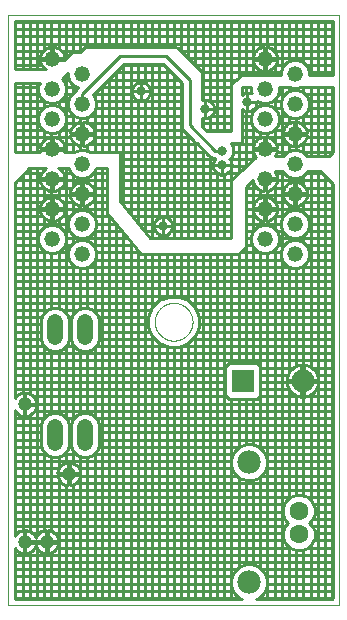
<source format=gbl>
G75*
%MOIN*%
%OFA0B0*%
%FSLAX25Y25*%
%IPPOS*%
%LPD*%
%AMOC8*
5,1,8,0,0,1.08239X$1,22.5*
%
%ADD10C,0.00000*%
%ADD11C,0.07800*%
%ADD12C,0.06299*%
%ADD13C,0.05200*%
%ADD14C,0.05200*%
%ADD15C,0.07600*%
%ADD16R,0.07600X0.07600*%
%ADD17C,0.01000*%
%ADD18C,0.03169*%
%ADD19C,0.04724*%
D10*
X0030852Y0001008D02*
X0030852Y0197858D01*
X0141088Y0197858D01*
X0141088Y0001008D01*
X0030852Y0001008D01*
X0079671Y0095496D02*
X0079673Y0095654D01*
X0079679Y0095812D01*
X0079689Y0095970D01*
X0079703Y0096128D01*
X0079721Y0096285D01*
X0079742Y0096442D01*
X0079768Y0096598D01*
X0079798Y0096754D01*
X0079831Y0096909D01*
X0079869Y0097062D01*
X0079910Y0097215D01*
X0079955Y0097367D01*
X0080004Y0097518D01*
X0080057Y0097667D01*
X0080113Y0097815D01*
X0080173Y0097961D01*
X0080237Y0098106D01*
X0080305Y0098249D01*
X0080376Y0098391D01*
X0080450Y0098531D01*
X0080528Y0098668D01*
X0080610Y0098804D01*
X0080694Y0098938D01*
X0080783Y0099069D01*
X0080874Y0099198D01*
X0080969Y0099325D01*
X0081066Y0099450D01*
X0081167Y0099572D01*
X0081271Y0099691D01*
X0081378Y0099808D01*
X0081488Y0099922D01*
X0081601Y0100033D01*
X0081716Y0100142D01*
X0081834Y0100247D01*
X0081955Y0100349D01*
X0082078Y0100449D01*
X0082204Y0100545D01*
X0082332Y0100638D01*
X0082462Y0100728D01*
X0082595Y0100814D01*
X0082730Y0100898D01*
X0082866Y0100977D01*
X0083005Y0101054D01*
X0083146Y0101126D01*
X0083288Y0101196D01*
X0083432Y0101261D01*
X0083578Y0101323D01*
X0083725Y0101381D01*
X0083874Y0101436D01*
X0084024Y0101487D01*
X0084175Y0101534D01*
X0084327Y0101577D01*
X0084480Y0101616D01*
X0084635Y0101652D01*
X0084790Y0101683D01*
X0084946Y0101711D01*
X0085102Y0101735D01*
X0085259Y0101755D01*
X0085417Y0101771D01*
X0085574Y0101783D01*
X0085733Y0101791D01*
X0085891Y0101795D01*
X0086049Y0101795D01*
X0086207Y0101791D01*
X0086366Y0101783D01*
X0086523Y0101771D01*
X0086681Y0101755D01*
X0086838Y0101735D01*
X0086994Y0101711D01*
X0087150Y0101683D01*
X0087305Y0101652D01*
X0087460Y0101616D01*
X0087613Y0101577D01*
X0087765Y0101534D01*
X0087916Y0101487D01*
X0088066Y0101436D01*
X0088215Y0101381D01*
X0088362Y0101323D01*
X0088508Y0101261D01*
X0088652Y0101196D01*
X0088794Y0101126D01*
X0088935Y0101054D01*
X0089074Y0100977D01*
X0089210Y0100898D01*
X0089345Y0100814D01*
X0089478Y0100728D01*
X0089608Y0100638D01*
X0089736Y0100545D01*
X0089862Y0100449D01*
X0089985Y0100349D01*
X0090106Y0100247D01*
X0090224Y0100142D01*
X0090339Y0100033D01*
X0090452Y0099922D01*
X0090562Y0099808D01*
X0090669Y0099691D01*
X0090773Y0099572D01*
X0090874Y0099450D01*
X0090971Y0099325D01*
X0091066Y0099198D01*
X0091157Y0099069D01*
X0091246Y0098938D01*
X0091330Y0098804D01*
X0091412Y0098668D01*
X0091490Y0098531D01*
X0091564Y0098391D01*
X0091635Y0098249D01*
X0091703Y0098106D01*
X0091767Y0097961D01*
X0091827Y0097815D01*
X0091883Y0097667D01*
X0091936Y0097518D01*
X0091985Y0097367D01*
X0092030Y0097215D01*
X0092071Y0097062D01*
X0092109Y0096909D01*
X0092142Y0096754D01*
X0092172Y0096598D01*
X0092198Y0096442D01*
X0092219Y0096285D01*
X0092237Y0096128D01*
X0092251Y0095970D01*
X0092261Y0095812D01*
X0092267Y0095654D01*
X0092269Y0095496D01*
X0092267Y0095338D01*
X0092261Y0095180D01*
X0092251Y0095022D01*
X0092237Y0094864D01*
X0092219Y0094707D01*
X0092198Y0094550D01*
X0092172Y0094394D01*
X0092142Y0094238D01*
X0092109Y0094083D01*
X0092071Y0093930D01*
X0092030Y0093777D01*
X0091985Y0093625D01*
X0091936Y0093474D01*
X0091883Y0093325D01*
X0091827Y0093177D01*
X0091767Y0093031D01*
X0091703Y0092886D01*
X0091635Y0092743D01*
X0091564Y0092601D01*
X0091490Y0092461D01*
X0091412Y0092324D01*
X0091330Y0092188D01*
X0091246Y0092054D01*
X0091157Y0091923D01*
X0091066Y0091794D01*
X0090971Y0091667D01*
X0090874Y0091542D01*
X0090773Y0091420D01*
X0090669Y0091301D01*
X0090562Y0091184D01*
X0090452Y0091070D01*
X0090339Y0090959D01*
X0090224Y0090850D01*
X0090106Y0090745D01*
X0089985Y0090643D01*
X0089862Y0090543D01*
X0089736Y0090447D01*
X0089608Y0090354D01*
X0089478Y0090264D01*
X0089345Y0090178D01*
X0089210Y0090094D01*
X0089074Y0090015D01*
X0088935Y0089938D01*
X0088794Y0089866D01*
X0088652Y0089796D01*
X0088508Y0089731D01*
X0088362Y0089669D01*
X0088215Y0089611D01*
X0088066Y0089556D01*
X0087916Y0089505D01*
X0087765Y0089458D01*
X0087613Y0089415D01*
X0087460Y0089376D01*
X0087305Y0089340D01*
X0087150Y0089309D01*
X0086994Y0089281D01*
X0086838Y0089257D01*
X0086681Y0089237D01*
X0086523Y0089221D01*
X0086366Y0089209D01*
X0086207Y0089201D01*
X0086049Y0089197D01*
X0085891Y0089197D01*
X0085733Y0089201D01*
X0085574Y0089209D01*
X0085417Y0089221D01*
X0085259Y0089237D01*
X0085102Y0089257D01*
X0084946Y0089281D01*
X0084790Y0089309D01*
X0084635Y0089340D01*
X0084480Y0089376D01*
X0084327Y0089415D01*
X0084175Y0089458D01*
X0084024Y0089505D01*
X0083874Y0089556D01*
X0083725Y0089611D01*
X0083578Y0089669D01*
X0083432Y0089731D01*
X0083288Y0089796D01*
X0083146Y0089866D01*
X0083005Y0089938D01*
X0082866Y0090015D01*
X0082730Y0090094D01*
X0082595Y0090178D01*
X0082462Y0090264D01*
X0082332Y0090354D01*
X0082204Y0090447D01*
X0082078Y0090543D01*
X0081955Y0090643D01*
X0081834Y0090745D01*
X0081716Y0090850D01*
X0081601Y0090959D01*
X0081488Y0091070D01*
X0081378Y0091184D01*
X0081271Y0091301D01*
X0081167Y0091420D01*
X0081066Y0091542D01*
X0080969Y0091667D01*
X0080874Y0091794D01*
X0080783Y0091923D01*
X0080694Y0092054D01*
X0080610Y0092188D01*
X0080528Y0092324D01*
X0080450Y0092461D01*
X0080376Y0092601D01*
X0080305Y0092743D01*
X0080237Y0092886D01*
X0080173Y0093031D01*
X0080113Y0093177D01*
X0080057Y0093325D01*
X0080004Y0093474D01*
X0079955Y0093625D01*
X0079910Y0093777D01*
X0079869Y0093930D01*
X0079831Y0094083D01*
X0079798Y0094238D01*
X0079768Y0094394D01*
X0079742Y0094550D01*
X0079721Y0094707D01*
X0079703Y0094864D01*
X0079689Y0095022D01*
X0079679Y0095180D01*
X0079673Y0095338D01*
X0079671Y0095496D01*
D11*
X0111127Y0048626D03*
X0111127Y0008626D03*
D12*
X0127683Y0024610D03*
X0127683Y0032484D03*
D13*
X0126403Y0118114D03*
X0126403Y0128114D03*
X0126403Y0138114D03*
X0126403Y0148114D03*
X0126403Y0158114D03*
X0126403Y0168114D03*
X0126403Y0178114D03*
X0116403Y0173114D03*
X0116403Y0163114D03*
X0116403Y0153114D03*
X0116403Y0143114D03*
X0116403Y0133114D03*
X0116403Y0123114D03*
X0116403Y0183114D03*
X0055537Y0178114D03*
X0055537Y0168114D03*
X0055537Y0158114D03*
X0055537Y0148114D03*
X0055537Y0138114D03*
X0055537Y0128114D03*
X0055537Y0118114D03*
X0045537Y0123114D03*
X0045537Y0133114D03*
X0045537Y0143114D03*
X0045537Y0153114D03*
X0045537Y0163114D03*
X0045537Y0173114D03*
X0045537Y0183114D03*
D14*
X0046521Y0095519D02*
X0046521Y0090319D01*
X0056521Y0090319D02*
X0056521Y0095519D01*
X0056521Y0060319D02*
X0056521Y0055119D01*
X0046521Y0055119D02*
X0046521Y0060319D01*
D15*
X0128942Y0075811D03*
D16*
X0108942Y0075811D03*
D17*
X0103042Y0075408D02*
X0032952Y0075408D01*
X0032952Y0073008D02*
X0103042Y0073008D01*
X0103042Y0071141D02*
X0104273Y0069911D01*
X0113612Y0069911D01*
X0114842Y0071141D01*
X0114842Y0080481D01*
X0113612Y0081711D01*
X0104273Y0081711D01*
X0103042Y0080481D01*
X0103042Y0071141D01*
X0103576Y0070608D02*
X0039056Y0070608D01*
X0039265Y0070399D02*
X0038727Y0070937D01*
X0038095Y0071360D01*
X0037392Y0071651D01*
X0036646Y0071799D01*
X0036553Y0071799D01*
X0036553Y0068224D01*
X0040127Y0068224D01*
X0040127Y0068317D01*
X0039979Y0069064D01*
X0039688Y0069766D01*
X0039265Y0070399D01*
X0038052Y0071377D02*
X0038052Y0146677D01*
X0037742Y0146677D02*
X0043499Y0146677D01*
X0043388Y0146621D01*
X0042866Y0146241D01*
X0042410Y0145785D01*
X0042030Y0145263D01*
X0041737Y0144688D01*
X0041538Y0144074D01*
X0041437Y0143437D01*
X0041437Y0143414D01*
X0045237Y0143414D01*
X0045237Y0142814D01*
X0045837Y0142814D01*
X0045837Y0139014D01*
X0045860Y0139014D01*
X0046497Y0139115D01*
X0047111Y0139315D01*
X0047686Y0139608D01*
X0048208Y0139987D01*
X0048664Y0140443D01*
X0049044Y0140965D01*
X0049337Y0141540D01*
X0049536Y0142154D01*
X0049637Y0142791D01*
X0049637Y0142814D01*
X0045837Y0142814D01*
X0045837Y0143414D01*
X0049637Y0143414D01*
X0049637Y0143437D01*
X0049536Y0144074D01*
X0049337Y0144688D01*
X0049044Y0145263D01*
X0048664Y0145785D01*
X0048208Y0146241D01*
X0047686Y0146621D01*
X0047575Y0146677D01*
X0051045Y0146677D01*
X0051552Y0145452D01*
X0052875Y0144130D01*
X0054602Y0143414D01*
X0056472Y0143414D01*
X0058199Y0144130D01*
X0059521Y0145452D01*
X0060029Y0146677D01*
X0063824Y0146677D01*
X0063824Y0131913D01*
X0075143Y0118134D01*
X0107624Y0118134D01*
X0110084Y0120594D01*
X0110084Y0140280D01*
X0112313Y0142731D01*
X0112404Y0142154D01*
X0112603Y0141540D01*
X0112896Y0140965D01*
X0113276Y0140443D01*
X0113732Y0139987D01*
X0114254Y0139608D01*
X0114829Y0139315D01*
X0115443Y0139115D01*
X0116080Y0139014D01*
X0116103Y0139014D01*
X0116103Y0142814D01*
X0116703Y0142814D01*
X0116703Y0139014D01*
X0116726Y0139014D01*
X0117363Y0139115D01*
X0117977Y0139315D01*
X0118552Y0139608D01*
X0119074Y0139987D01*
X0119530Y0140443D01*
X0119910Y0140965D01*
X0120203Y0141540D01*
X0120402Y0142154D01*
X0120503Y0142791D01*
X0120503Y0142814D01*
X0116703Y0142814D01*
X0116703Y0143414D01*
X0120503Y0143414D01*
X0120503Y0143437D01*
X0120402Y0144074D01*
X0120203Y0144688D01*
X0119910Y0145263D01*
X0119597Y0145693D01*
X0122319Y0145693D01*
X0122419Y0145452D01*
X0123741Y0144130D01*
X0125468Y0143414D01*
X0127338Y0143414D01*
X0129065Y0144130D01*
X0130388Y0145452D01*
X0130487Y0145693D01*
X0134690Y0145693D01*
X0138988Y0141395D01*
X0138988Y0003337D01*
X0138759Y0003108D01*
X0113484Y0003108D01*
X0114526Y0003539D01*
X0116214Y0005227D01*
X0117127Y0007433D01*
X0117127Y0009819D01*
X0116214Y0012025D01*
X0114526Y0013713D01*
X0112321Y0014626D01*
X0109934Y0014626D01*
X0107729Y0013713D01*
X0106041Y0012025D01*
X0105127Y0009819D01*
X0105127Y0007433D01*
X0106041Y0005227D01*
X0107729Y0003539D01*
X0108771Y0003108D01*
X0032952Y0003108D01*
X0032952Y0020176D01*
X0033265Y0019707D01*
X0033803Y0019169D01*
X0034436Y0018747D01*
X0035139Y0018456D01*
X0035885Y0018307D01*
X0035978Y0018307D01*
X0035978Y0021882D01*
X0036553Y0021882D01*
X0036553Y0022457D01*
X0043360Y0022457D01*
X0043360Y0026031D01*
X0043267Y0026031D01*
X0042521Y0025883D01*
X0041818Y0025592D01*
X0041185Y0025169D01*
X0040647Y0024631D01*
X0040225Y0023999D01*
X0039956Y0023351D01*
X0039688Y0023999D01*
X0039265Y0024631D01*
X0038727Y0025169D01*
X0038095Y0025592D01*
X0037392Y0025883D01*
X0036646Y0026031D01*
X0036553Y0026031D01*
X0036553Y0022457D01*
X0035978Y0022457D01*
X0035978Y0026031D01*
X0035885Y0026031D01*
X0035139Y0025883D01*
X0034436Y0025592D01*
X0033803Y0025169D01*
X0033265Y0024631D01*
X0032952Y0024162D01*
X0032952Y0065944D01*
X0033265Y0065475D01*
X0033803Y0064937D01*
X0034436Y0064514D01*
X0035139Y0064223D01*
X0035885Y0064075D01*
X0035978Y0064075D01*
X0035978Y0067650D01*
X0036553Y0067650D01*
X0036553Y0068224D01*
X0035978Y0068224D01*
X0035978Y0071799D01*
X0035885Y0071799D01*
X0035139Y0071651D01*
X0034436Y0071360D01*
X0033803Y0070937D01*
X0033265Y0070399D01*
X0032952Y0069930D01*
X0032952Y0141887D01*
X0037742Y0146677D01*
X0036072Y0145008D02*
X0041900Y0145008D01*
X0042852Y0146227D02*
X0042852Y0146677D01*
X0040452Y0146677D02*
X0040452Y0024339D01*
X0041024Y0025008D02*
X0038889Y0025008D01*
X0038052Y0025610D02*
X0038052Y0064497D01*
X0038095Y0064514D02*
X0038727Y0064937D01*
X0039265Y0065475D01*
X0039688Y0066108D01*
X0039979Y0066810D01*
X0040127Y0067557D01*
X0040127Y0067650D01*
X0036553Y0067650D01*
X0036553Y0064075D01*
X0036646Y0064075D01*
X0037392Y0064223D01*
X0038095Y0064514D01*
X0039488Y0065808D02*
X0138988Y0065808D01*
X0138988Y0068208D02*
X0036553Y0068208D01*
X0038052Y0068224D02*
X0038052Y0067650D01*
X0036553Y0065808D02*
X0035978Y0065808D01*
X0035652Y0064121D02*
X0035652Y0025985D01*
X0035978Y0025008D02*
X0036553Y0025008D01*
X0036553Y0022608D02*
X0035978Y0022608D01*
X0036553Y0021882D02*
X0039785Y0021882D01*
X0043360Y0021882D01*
X0043935Y0021882D01*
X0043935Y0022457D01*
X0047509Y0022457D01*
X0047509Y0022550D01*
X0047361Y0023296D01*
X0047070Y0023999D01*
X0046647Y0024631D01*
X0046109Y0025169D01*
X0045477Y0025592D01*
X0044774Y0025883D01*
X0044028Y0026031D01*
X0043935Y0026031D01*
X0043935Y0022457D01*
X0043360Y0022457D01*
X0043360Y0021882D01*
X0043360Y0018307D01*
X0043267Y0018307D01*
X0042521Y0018456D01*
X0041818Y0018747D01*
X0041185Y0019169D01*
X0040647Y0019707D01*
X0040225Y0020340D01*
X0039956Y0020988D01*
X0039688Y0020340D01*
X0039265Y0019707D01*
X0038727Y0019169D01*
X0038095Y0018747D01*
X0037392Y0018456D01*
X0036646Y0018307D01*
X0036553Y0018307D01*
X0036553Y0021882D01*
X0038052Y0021882D02*
X0038052Y0022457D01*
X0040452Y0022457D02*
X0040452Y0021882D01*
X0040313Y0020208D02*
X0039600Y0020208D01*
X0040452Y0020000D02*
X0040452Y0003108D01*
X0042852Y0003108D02*
X0042852Y0018390D01*
X0043935Y0018307D02*
X0044028Y0018307D01*
X0044774Y0018456D01*
X0045477Y0018747D01*
X0046109Y0019169D01*
X0046647Y0019707D01*
X0047070Y0020340D01*
X0047361Y0021043D01*
X0047509Y0021789D01*
X0047509Y0021882D01*
X0043935Y0021882D01*
X0043935Y0018307D01*
X0045252Y0018654D02*
X0045252Y0003108D01*
X0047652Y0003108D02*
X0047652Y0042910D01*
X0047606Y0042978D02*
X0048029Y0042345D01*
X0048567Y0041807D01*
X0049200Y0041384D01*
X0049902Y0041093D01*
X0050649Y0040945D01*
X0050742Y0040945D01*
X0050742Y0044520D01*
X0051316Y0044520D01*
X0051316Y0040945D01*
X0051409Y0040945D01*
X0052156Y0041093D01*
X0052859Y0041384D01*
X0053491Y0041807D01*
X0054029Y0042345D01*
X0054452Y0042978D01*
X0054743Y0043681D01*
X0054891Y0044427D01*
X0054891Y0044520D01*
X0051317Y0044520D01*
X0051317Y0045094D01*
X0054891Y0045094D01*
X0054891Y0045187D01*
X0054743Y0045934D01*
X0054452Y0046637D01*
X0054029Y0047269D01*
X0053491Y0047807D01*
X0052859Y0048230D01*
X0052156Y0048521D01*
X0051409Y0048669D01*
X0051316Y0048669D01*
X0051316Y0045095D01*
X0050742Y0045095D01*
X0050742Y0048669D01*
X0050649Y0048669D01*
X0049902Y0048521D01*
X0049200Y0048230D01*
X0048567Y0047807D01*
X0048029Y0047269D01*
X0047606Y0046637D01*
X0047315Y0045934D01*
X0047167Y0045187D01*
X0047167Y0045094D01*
X0050742Y0045094D01*
X0050742Y0044520D01*
X0047167Y0044520D01*
X0047167Y0044427D01*
X0047315Y0043681D01*
X0047606Y0042978D01*
X0047210Y0044208D02*
X0032952Y0044208D01*
X0032952Y0046608D02*
X0047595Y0046608D01*
X0047652Y0046705D02*
X0047652Y0050500D01*
X0047456Y0050419D02*
X0049184Y0051134D01*
X0050506Y0052457D01*
X0051221Y0054184D01*
X0051221Y0061254D01*
X0050506Y0062981D01*
X0049184Y0064303D01*
X0047456Y0065019D01*
X0045586Y0065019D01*
X0043859Y0064303D01*
X0042537Y0062981D01*
X0041821Y0061254D01*
X0041821Y0054184D01*
X0042537Y0052457D01*
X0043859Y0051134D01*
X0045586Y0050419D01*
X0047456Y0050419D01*
X0049457Y0051408D02*
X0053585Y0051408D01*
X0053859Y0051134D02*
X0055586Y0050419D01*
X0057456Y0050419D01*
X0059184Y0051134D01*
X0060506Y0052457D01*
X0061221Y0054184D01*
X0061221Y0061254D01*
X0060506Y0062981D01*
X0059184Y0064303D01*
X0057456Y0065019D01*
X0055586Y0065019D01*
X0053859Y0064303D01*
X0052537Y0062981D01*
X0051821Y0061254D01*
X0051821Y0054184D01*
X0052537Y0052457D01*
X0053859Y0051134D01*
X0054852Y0050723D02*
X0054852Y0045385D01*
X0054852Y0045094D02*
X0054852Y0044520D01*
X0054852Y0044229D02*
X0054852Y0003108D01*
X0052452Y0003108D02*
X0052452Y0041216D01*
X0053492Y0041808D02*
X0138988Y0041808D01*
X0138988Y0044208D02*
X0115195Y0044208D01*
X0114852Y0043865D02*
X0114852Y0013387D01*
X0115231Y0013008D02*
X0138988Y0013008D01*
X0138988Y0015408D02*
X0032952Y0015408D01*
X0032952Y0017808D02*
X0138988Y0017808D01*
X0138988Y0020208D02*
X0130704Y0020208D01*
X0130656Y0020160D02*
X0132133Y0021637D01*
X0132932Y0023566D01*
X0132932Y0025654D01*
X0132133Y0027584D01*
X0131170Y0028547D01*
X0132133Y0029511D01*
X0132932Y0031440D01*
X0132932Y0033528D01*
X0132133Y0035458D01*
X0130656Y0036935D01*
X0128727Y0037734D01*
X0126638Y0037734D01*
X0124709Y0036935D01*
X0123232Y0035458D01*
X0122433Y0033528D01*
X0122433Y0031440D01*
X0123232Y0029511D01*
X0124196Y0028547D01*
X0123232Y0027584D01*
X0122433Y0025654D01*
X0122433Y0023566D01*
X0123232Y0021637D01*
X0124709Y0020160D01*
X0126638Y0019361D01*
X0128727Y0019361D01*
X0130656Y0020160D01*
X0131652Y0021155D02*
X0131652Y0003108D01*
X0134052Y0003108D02*
X0134052Y0074385D01*
X0134112Y0074570D02*
X0134242Y0075394D01*
X0134242Y0075425D01*
X0129328Y0075425D01*
X0129328Y0070511D01*
X0129360Y0070511D01*
X0130184Y0070642D01*
X0130977Y0070899D01*
X0131720Y0071278D01*
X0132395Y0071768D01*
X0132985Y0072358D01*
X0133475Y0073033D01*
X0133854Y0073777D01*
X0134112Y0074570D01*
X0134242Y0075408D02*
X0138988Y0075408D01*
X0138988Y0073008D02*
X0133457Y0073008D01*
X0134052Y0075425D02*
X0134052Y0076197D01*
X0134242Y0076197D02*
X0134242Y0076228D01*
X0134112Y0077052D01*
X0133854Y0077846D01*
X0133475Y0078589D01*
X0132985Y0079264D01*
X0132395Y0079854D01*
X0131720Y0080344D01*
X0130977Y0080723D01*
X0130184Y0080981D01*
X0129360Y0081111D01*
X0129328Y0081111D01*
X0129328Y0076197D01*
X0128557Y0076197D01*
X0128557Y0081111D01*
X0128525Y0081111D01*
X0127701Y0080981D01*
X0126908Y0080723D01*
X0126165Y0080344D01*
X0125490Y0079854D01*
X0124900Y0079264D01*
X0124409Y0078589D01*
X0124031Y0077846D01*
X0123773Y0077052D01*
X0123642Y0076228D01*
X0123642Y0076197D01*
X0128557Y0076197D01*
X0128557Y0075425D01*
X0129328Y0075425D01*
X0129328Y0076197D01*
X0134242Y0076197D01*
X0134052Y0077237D02*
X0134052Y0145693D01*
X0135376Y0145008D02*
X0129944Y0145008D01*
X0129252Y0144316D02*
X0129252Y0141064D01*
X0129074Y0141241D02*
X0128552Y0141621D01*
X0127977Y0141914D01*
X0127363Y0142113D01*
X0126726Y0142214D01*
X0126703Y0142214D01*
X0126703Y0138414D01*
X0130503Y0138414D01*
X0130503Y0138437D01*
X0130402Y0139074D01*
X0130203Y0139688D01*
X0129910Y0140263D01*
X0129530Y0140785D01*
X0129074Y0141241D01*
X0129938Y0140208D02*
X0138988Y0140208D01*
X0138852Y0141531D02*
X0138852Y0003201D01*
X0138988Y0003408D02*
X0114209Y0003408D01*
X0114852Y0003108D02*
X0114852Y0003865D01*
X0117252Y0003108D02*
X0117252Y0118414D01*
X0117338Y0118414D02*
X0119065Y0119130D01*
X0120388Y0120452D01*
X0121103Y0122179D01*
X0121103Y0124049D01*
X0120388Y0125777D01*
X0119065Y0127099D01*
X0117338Y0127814D01*
X0115468Y0127814D01*
X0113741Y0127099D01*
X0112419Y0125777D01*
X0111703Y0124049D01*
X0111703Y0122179D01*
X0112419Y0120452D01*
X0113741Y0119130D01*
X0115468Y0118414D01*
X0117338Y0118414D01*
X0117806Y0118608D02*
X0121703Y0118608D01*
X0121703Y0119049D02*
X0121703Y0117179D01*
X0122419Y0115452D01*
X0123741Y0114130D01*
X0125468Y0113414D01*
X0127338Y0113414D01*
X0129065Y0114130D01*
X0130388Y0115452D01*
X0131103Y0117179D01*
X0131103Y0119049D01*
X0130388Y0120777D01*
X0129065Y0122099D01*
X0127338Y0122814D01*
X0125468Y0122814D01*
X0123741Y0122099D01*
X0122419Y0120777D01*
X0121703Y0119049D01*
X0122052Y0119891D02*
X0122052Y0126337D01*
X0122271Y0125808D02*
X0120356Y0125808D01*
X0119652Y0126512D02*
X0119652Y0130610D01*
X0119650Y0130608D02*
X0122349Y0130608D01*
X0122419Y0130777D02*
X0121703Y0129049D01*
X0121703Y0127179D01*
X0122419Y0125452D01*
X0123741Y0124130D01*
X0125468Y0123414D01*
X0127338Y0123414D01*
X0129065Y0124130D01*
X0130388Y0125452D01*
X0131103Y0127179D01*
X0131103Y0129049D01*
X0130388Y0130777D01*
X0129065Y0132099D01*
X0127338Y0132814D01*
X0125468Y0132814D01*
X0123741Y0132099D01*
X0122419Y0130777D01*
X0122052Y0129891D02*
X0122052Y0145693D01*
X0122863Y0145008D02*
X0120040Y0145008D01*
X0119652Y0145618D02*
X0119652Y0145693D01*
X0119652Y0143414D02*
X0119652Y0142814D01*
X0120474Y0142608D02*
X0137776Y0142608D01*
X0136452Y0143931D02*
X0136452Y0003108D01*
X0138988Y0005808D02*
X0116455Y0005808D01*
X0117127Y0008208D02*
X0138988Y0008208D01*
X0138988Y0010608D02*
X0116801Y0010608D01*
X0112452Y0014572D02*
X0112452Y0042680D01*
X0112321Y0042626D02*
X0114526Y0043539D01*
X0116214Y0045227D01*
X0117127Y0047433D01*
X0117127Y0049819D01*
X0116214Y0052025D01*
X0114526Y0053713D01*
X0112321Y0054626D01*
X0109934Y0054626D01*
X0107729Y0053713D01*
X0106041Y0052025D01*
X0105127Y0049819D01*
X0105127Y0047433D01*
X0106041Y0045227D01*
X0107729Y0043539D01*
X0109934Y0042626D01*
X0112321Y0042626D01*
X0110052Y0042626D02*
X0110052Y0014626D01*
X0107652Y0013636D02*
X0107652Y0043616D01*
X0107060Y0044208D02*
X0054848Y0044208D01*
X0052452Y0044520D02*
X0052452Y0045094D01*
X0051316Y0044208D02*
X0050742Y0044208D01*
X0050052Y0044520D02*
X0050052Y0045094D01*
X0050742Y0046608D02*
X0051316Y0046608D01*
X0052452Y0048398D02*
X0052452Y0052661D01*
X0051977Y0053808D02*
X0051065Y0053808D01*
X0050052Y0052003D02*
X0050052Y0048551D01*
X0047652Y0045094D02*
X0047652Y0044520D01*
X0048566Y0041808D02*
X0032952Y0041808D01*
X0032952Y0039408D02*
X0138988Y0039408D01*
X0138988Y0037008D02*
X0130479Y0037008D01*
X0129252Y0037516D02*
X0129252Y0075425D01*
X0129328Y0075408D02*
X0128557Y0075408D01*
X0128557Y0075425D02*
X0128557Y0070511D01*
X0128525Y0070511D01*
X0127701Y0070642D01*
X0126908Y0070899D01*
X0126165Y0071278D01*
X0125490Y0071768D01*
X0124900Y0072358D01*
X0124409Y0073033D01*
X0124031Y0073777D01*
X0123773Y0074570D01*
X0123642Y0075394D01*
X0123642Y0075425D01*
X0128557Y0075425D01*
X0129252Y0076197D02*
X0129252Y0114316D01*
X0128288Y0113808D02*
X0138988Y0113808D01*
X0138988Y0116208D02*
X0130701Y0116208D01*
X0131103Y0118608D02*
X0138988Y0118608D01*
X0138988Y0121008D02*
X0130156Y0121008D01*
X0129252Y0121912D02*
X0129252Y0124316D01*
X0130535Y0125808D02*
X0138988Y0125808D01*
X0138988Y0128208D02*
X0131103Y0128208D01*
X0130457Y0130608D02*
X0138988Y0130608D01*
X0138988Y0133008D02*
X0116703Y0133008D01*
X0116703Y0132814D02*
X0116703Y0133414D01*
X0120503Y0133414D01*
X0120503Y0133437D01*
X0120402Y0134074D01*
X0120203Y0134688D01*
X0119910Y0135263D01*
X0119530Y0135785D01*
X0119074Y0136241D01*
X0118552Y0136621D01*
X0117977Y0136914D01*
X0117363Y0137113D01*
X0116726Y0137214D01*
X0116703Y0137214D01*
X0116703Y0133414D01*
X0116103Y0133414D01*
X0116103Y0132814D01*
X0116703Y0132814D01*
X0116703Y0129014D01*
X0116726Y0129014D01*
X0117363Y0129115D01*
X0117977Y0129315D01*
X0118552Y0129608D01*
X0119074Y0129987D01*
X0119530Y0130443D01*
X0119910Y0130965D01*
X0120203Y0131540D01*
X0120402Y0132154D01*
X0120503Y0132791D01*
X0120503Y0132814D01*
X0116703Y0132814D01*
X0117252Y0132814D02*
X0117252Y0133414D01*
X0116103Y0133414D02*
X0116103Y0137214D01*
X0116080Y0137214D01*
X0115443Y0137113D01*
X0114829Y0136914D01*
X0114254Y0136621D01*
X0113732Y0136241D01*
X0113276Y0135785D01*
X0112896Y0135263D01*
X0112603Y0134688D01*
X0112404Y0134074D01*
X0112303Y0133437D01*
X0112303Y0133414D01*
X0116103Y0133414D01*
X0116103Y0133008D02*
X0110084Y0133008D01*
X0112303Y0132814D02*
X0112303Y0132791D01*
X0112404Y0132154D01*
X0112603Y0131540D01*
X0112896Y0130965D01*
X0113276Y0130443D01*
X0113732Y0129987D01*
X0114254Y0129608D01*
X0114829Y0129315D01*
X0115443Y0129115D01*
X0116080Y0129014D01*
X0116103Y0129014D01*
X0116103Y0132814D01*
X0112303Y0132814D01*
X0112452Y0132814D02*
X0112452Y0133414D01*
X0112452Y0134222D02*
X0112452Y0142007D01*
X0112332Y0142608D02*
X0112201Y0142608D01*
X0113511Y0140208D02*
X0110084Y0140208D01*
X0110084Y0137808D02*
X0122303Y0137808D01*
X0122303Y0137814D02*
X0122303Y0137791D01*
X0122404Y0137154D01*
X0122603Y0136540D01*
X0122896Y0135965D01*
X0123276Y0135443D01*
X0123732Y0134987D01*
X0124254Y0134608D01*
X0124829Y0134315D01*
X0125443Y0134115D01*
X0126080Y0134014D01*
X0126103Y0134014D01*
X0126103Y0137814D01*
X0126703Y0137814D01*
X0126703Y0134014D01*
X0126726Y0134014D01*
X0127363Y0134115D01*
X0127977Y0134315D01*
X0128552Y0134608D01*
X0129074Y0134987D01*
X0129530Y0135443D01*
X0129910Y0135965D01*
X0130203Y0136540D01*
X0130402Y0137154D01*
X0130503Y0137791D01*
X0130503Y0137814D01*
X0126703Y0137814D01*
X0126703Y0138414D01*
X0126103Y0138414D01*
X0126103Y0137814D01*
X0122303Y0137814D01*
X0122303Y0138414D02*
X0126103Y0138414D01*
X0126103Y0142214D01*
X0126080Y0142214D01*
X0125443Y0142113D01*
X0124829Y0141914D01*
X0124254Y0141621D01*
X0123732Y0141241D01*
X0123276Y0140785D01*
X0122896Y0140263D01*
X0122603Y0139688D01*
X0122404Y0139074D01*
X0122303Y0138437D01*
X0122303Y0138414D01*
X0122868Y0140208D02*
X0119295Y0140208D01*
X0119652Y0140610D02*
X0119652Y0135618D01*
X0119804Y0135408D02*
X0123311Y0135408D01*
X0124452Y0134507D02*
X0124452Y0132393D01*
X0126852Y0132814D02*
X0126852Y0134034D01*
X0126703Y0135408D02*
X0126103Y0135408D01*
X0126103Y0137808D02*
X0126703Y0137808D01*
X0126852Y0137814D02*
X0126852Y0138414D01*
X0126703Y0140208D02*
X0126103Y0140208D01*
X0126852Y0142194D02*
X0126852Y0143414D01*
X0124452Y0143835D02*
X0124452Y0141722D01*
X0124452Y0138414D02*
X0124452Y0137814D01*
X0119652Y0133414D02*
X0119652Y0132814D01*
X0116703Y0130608D02*
X0116103Y0130608D01*
X0114852Y0129307D02*
X0114852Y0127559D01*
X0117252Y0127814D02*
X0117252Y0129098D01*
X0113156Y0130608D02*
X0110084Y0130608D01*
X0110084Y0128208D02*
X0121703Y0128208D01*
X0121103Y0123408D02*
X0138988Y0123408D01*
X0129252Y0131912D02*
X0129252Y0135165D01*
X0129495Y0135408D02*
X0138988Y0135408D01*
X0138988Y0137808D02*
X0130503Y0137808D01*
X0129252Y0137814D02*
X0129252Y0138414D01*
X0131652Y0145693D02*
X0131652Y0080379D01*
X0131908Y0080208D02*
X0138988Y0080208D01*
X0138988Y0082608D02*
X0032952Y0082608D01*
X0032952Y0085008D02*
X0138988Y0085008D01*
X0138988Y0087408D02*
X0088392Y0087408D01*
X0088452Y0087433D02*
X0088452Y0003108D01*
X0090852Y0003108D02*
X0090852Y0088500D01*
X0090728Y0088376D02*
X0093091Y0090738D01*
X0094369Y0093825D01*
X0094369Y0097167D01*
X0093091Y0100254D01*
X0090728Y0102617D01*
X0087641Y0103895D01*
X0084299Y0103895D01*
X0081212Y0102617D01*
X0078850Y0100254D01*
X0077571Y0097167D01*
X0077571Y0093825D01*
X0078850Y0090738D01*
X0081212Y0088376D01*
X0084299Y0087097D01*
X0087641Y0087097D01*
X0090728Y0088376D01*
X0092160Y0089808D02*
X0138988Y0089808D01*
X0138988Y0092208D02*
X0093699Y0092208D01*
X0093252Y0091128D02*
X0093252Y0003108D01*
X0095652Y0003108D02*
X0095652Y0118134D01*
X0098052Y0118134D02*
X0098052Y0003108D01*
X0100452Y0003108D02*
X0100452Y0118134D01*
X0102852Y0118134D02*
X0102852Y0003108D01*
X0105252Y0003108D02*
X0105252Y0007132D01*
X0105127Y0008208D02*
X0032952Y0008208D01*
X0032952Y0010608D02*
X0105454Y0010608D01*
X0105252Y0010120D02*
X0105252Y0047132D01*
X0105469Y0046608D02*
X0054464Y0046608D01*
X0057252Y0050419D02*
X0057252Y0003108D01*
X0059652Y0003108D02*
X0059652Y0051603D01*
X0059457Y0051408D02*
X0105785Y0051408D01*
X0105252Y0050120D02*
X0105252Y0069911D01*
X0107652Y0069911D02*
X0107652Y0053636D01*
X0107959Y0053808D02*
X0061065Y0053808D01*
X0061221Y0056208D02*
X0138988Y0056208D01*
X0138988Y0058608D02*
X0061221Y0058608D01*
X0061221Y0061008D02*
X0138988Y0061008D01*
X0138988Y0063408D02*
X0060079Y0063408D01*
X0059652Y0063835D02*
X0059652Y0086803D01*
X0059184Y0086334D02*
X0060506Y0087657D01*
X0061221Y0089384D01*
X0061221Y0096454D01*
X0060506Y0098181D01*
X0059184Y0099503D01*
X0057456Y0100219D01*
X0055586Y0100219D01*
X0053859Y0099503D01*
X0052537Y0098181D01*
X0051821Y0096454D01*
X0051821Y0089384D01*
X0052537Y0087657D01*
X0053859Y0086334D01*
X0055586Y0085619D01*
X0057456Y0085619D01*
X0059184Y0086334D01*
X0060257Y0087408D02*
X0083548Y0087408D01*
X0083652Y0087365D02*
X0083652Y0003108D01*
X0086052Y0003108D02*
X0086052Y0087097D01*
X0081252Y0088359D02*
X0081252Y0003108D01*
X0078852Y0003108D02*
X0078852Y0090736D01*
X0079780Y0089808D02*
X0061221Y0089808D01*
X0061221Y0092208D02*
X0078241Y0092208D01*
X0077571Y0094608D02*
X0061221Y0094608D01*
X0060992Y0097008D02*
X0077571Y0097008D01*
X0078499Y0099408D02*
X0059279Y0099408D01*
X0059652Y0099035D02*
X0059652Y0115767D01*
X0059521Y0115452D02*
X0060237Y0117179D01*
X0060237Y0119049D01*
X0059521Y0120777D01*
X0058199Y0122099D01*
X0056472Y0122814D01*
X0054602Y0122814D01*
X0052875Y0122099D01*
X0051552Y0120777D01*
X0050837Y0119049D01*
X0050837Y0117179D01*
X0051552Y0115452D01*
X0052875Y0114130D01*
X0054602Y0113414D01*
X0056472Y0113414D01*
X0058199Y0114130D01*
X0059521Y0115452D01*
X0059835Y0116208D02*
X0122105Y0116208D01*
X0122052Y0116337D02*
X0122052Y0003108D01*
X0124452Y0003108D02*
X0124452Y0020417D01*
X0124661Y0020208D02*
X0046982Y0020208D01*
X0045252Y0021882D02*
X0045252Y0022457D01*
X0043935Y0022608D02*
X0043360Y0022608D01*
X0042852Y0022457D02*
X0042852Y0021882D01*
X0043360Y0020208D02*
X0043935Y0020208D01*
X0047498Y0022608D02*
X0122830Y0022608D01*
X0122433Y0025008D02*
X0046271Y0025008D01*
X0045252Y0025685D02*
X0045252Y0050557D01*
X0043585Y0051408D02*
X0032952Y0051408D01*
X0032952Y0053808D02*
X0041977Y0053808D01*
X0042852Y0052141D02*
X0042852Y0025949D01*
X0043360Y0025008D02*
X0043935Y0025008D01*
X0038052Y0018729D02*
X0038052Y0003108D01*
X0035652Y0003108D02*
X0035652Y0018353D01*
X0035978Y0020208D02*
X0036553Y0020208D01*
X0033252Y0019727D02*
X0033252Y0003108D01*
X0032952Y0003408D02*
X0108046Y0003408D01*
X0107652Y0003616D02*
X0107652Y0003108D01*
X0105800Y0005808D02*
X0032952Y0005808D01*
X0032952Y0013008D02*
X0107024Y0013008D01*
X0119652Y0003108D02*
X0119652Y0119716D01*
X0120618Y0121008D02*
X0122650Y0121008D01*
X0124452Y0122393D02*
X0124452Y0123835D01*
X0126852Y0123414D02*
X0126852Y0122814D01*
X0124452Y0113835D02*
X0124452Y0078647D01*
X0124019Y0077808D02*
X0114842Y0077808D01*
X0114842Y0080208D02*
X0125977Y0080208D01*
X0126852Y0080694D02*
X0126852Y0113414D01*
X0124518Y0113808D02*
X0057422Y0113808D01*
X0057252Y0113737D02*
X0057252Y0100219D01*
X0054852Y0099915D02*
X0054852Y0113414D01*
X0053652Y0113808D02*
X0032952Y0113808D01*
X0032952Y0116208D02*
X0051239Y0116208D01*
X0052452Y0114552D02*
X0052452Y0097976D01*
X0052051Y0097008D02*
X0050992Y0097008D01*
X0051221Y0096454D02*
X0050506Y0098181D01*
X0049184Y0099503D01*
X0047456Y0100219D01*
X0045586Y0100219D01*
X0043859Y0099503D01*
X0042537Y0098181D01*
X0041821Y0096454D01*
X0041821Y0089384D01*
X0042537Y0087657D01*
X0043859Y0086334D01*
X0045586Y0085619D01*
X0047456Y0085619D01*
X0049184Y0086334D01*
X0050506Y0087657D01*
X0051221Y0089384D01*
X0051221Y0096454D01*
X0051221Y0094608D02*
X0051821Y0094608D01*
X0051821Y0092208D02*
X0051221Y0092208D01*
X0051221Y0089808D02*
X0051821Y0089808D01*
X0052452Y0087861D02*
X0052452Y0062776D01*
X0052963Y0063408D02*
X0050079Y0063408D01*
X0050052Y0063435D02*
X0050052Y0087203D01*
X0050257Y0087408D02*
X0052785Y0087408D01*
X0054852Y0085923D02*
X0054852Y0064715D01*
X0057252Y0065019D02*
X0057252Y0085619D01*
X0047652Y0085700D02*
X0047652Y0064938D01*
X0045252Y0064880D02*
X0045252Y0085757D01*
X0042852Y0087341D02*
X0042852Y0063296D01*
X0042963Y0063408D02*
X0032952Y0063408D01*
X0033252Y0065495D02*
X0033252Y0024611D01*
X0032952Y0025008D02*
X0033642Y0025008D01*
X0032952Y0027408D02*
X0123159Y0027408D01*
X0123109Y0029808D02*
X0032952Y0029808D01*
X0032952Y0032208D02*
X0122433Y0032208D01*
X0122880Y0034608D02*
X0032952Y0034608D01*
X0032952Y0037008D02*
X0124886Y0037008D01*
X0124452Y0036678D02*
X0124452Y0072975D01*
X0124428Y0073008D02*
X0114842Y0073008D01*
X0114842Y0075408D02*
X0123642Y0075408D01*
X0124452Y0075425D02*
X0124452Y0076197D01*
X0126852Y0076197D02*
X0126852Y0075425D01*
X0128557Y0073008D02*
X0129328Y0073008D01*
X0129328Y0070608D02*
X0128557Y0070608D01*
X0127914Y0070608D02*
X0114309Y0070608D01*
X0112452Y0069911D02*
X0112452Y0054572D01*
X0114296Y0053808D02*
X0138988Y0053808D01*
X0138988Y0051408D02*
X0116470Y0051408D01*
X0117127Y0049008D02*
X0138988Y0049008D01*
X0138988Y0046608D02*
X0116786Y0046608D01*
X0114852Y0053387D02*
X0114852Y0118669D01*
X0115001Y0118608D02*
X0108098Y0118608D01*
X0107652Y0118162D02*
X0107652Y0081711D01*
X0105252Y0081711D02*
X0105252Y0118134D01*
X0110052Y0120562D02*
X0110052Y0081711D01*
X0112452Y0081711D02*
X0112452Y0120419D01*
X0112188Y0121008D02*
X0110084Y0121008D01*
X0110084Y0123408D02*
X0111703Y0123408D01*
X0112450Y0125808D02*
X0110084Y0125808D01*
X0112452Y0125810D02*
X0112452Y0132007D01*
X0114852Y0132814D02*
X0114852Y0133414D01*
X0116103Y0135408D02*
X0116703Y0135408D01*
X0117252Y0137131D02*
X0117252Y0139098D01*
X0116703Y0140208D02*
X0116103Y0140208D01*
X0114852Y0139307D02*
X0114852Y0136921D01*
X0113002Y0135408D02*
X0110084Y0135408D01*
X0105163Y0135408D02*
X0068608Y0135408D01*
X0068253Y0135850D02*
X0068253Y0152091D01*
X0058207Y0152091D01*
X0058199Y0152099D01*
X0056472Y0152814D01*
X0054602Y0152814D01*
X0052875Y0152099D01*
X0052867Y0152091D01*
X0049515Y0152091D01*
X0049536Y0152154D01*
X0049637Y0152791D01*
X0049637Y0152814D01*
X0045837Y0152814D01*
X0045837Y0153414D01*
X0049637Y0153414D01*
X0049637Y0153437D01*
X0049536Y0154074D01*
X0049337Y0154688D01*
X0049044Y0155263D01*
X0048664Y0155785D01*
X0048208Y0156241D01*
X0047686Y0156621D01*
X0047111Y0156914D01*
X0046497Y0157113D01*
X0045860Y0157214D01*
X0045837Y0157214D01*
X0045837Y0153414D01*
X0045237Y0153414D01*
X0045237Y0152814D01*
X0041437Y0152814D01*
X0041437Y0152791D01*
X0041538Y0152154D01*
X0041559Y0152091D01*
X0032952Y0152091D01*
X0032952Y0175220D01*
X0041322Y0175220D01*
X0040837Y0174049D01*
X0040837Y0172179D01*
X0041552Y0170452D01*
X0042875Y0169130D01*
X0044602Y0168414D01*
X0046472Y0168414D01*
X0048199Y0169130D01*
X0049521Y0170452D01*
X0050237Y0172179D01*
X0050237Y0174049D01*
X0049521Y0175777D01*
X0048863Y0176435D01*
X0050837Y0178311D01*
X0050837Y0177179D01*
X0051552Y0175452D01*
X0052875Y0174130D01*
X0054114Y0173616D01*
X0053333Y0172835D01*
X0053059Y0172175D01*
X0052875Y0172099D01*
X0051552Y0170777D01*
X0050837Y0169049D01*
X0050837Y0167179D01*
X0051552Y0165452D01*
X0052875Y0164130D01*
X0054602Y0163414D01*
X0056472Y0163414D01*
X0058199Y0164130D01*
X0059521Y0165452D01*
X0060237Y0167179D01*
X0060237Y0169049D01*
X0059521Y0170777D01*
X0059075Y0171223D01*
X0069330Y0181479D01*
X0082432Y0181479D01*
X0088783Y0175128D01*
X0088783Y0160432D01*
X0089179Y0159476D01*
X0089911Y0158745D01*
X0092860Y0155795D01*
X0092860Y0155043D01*
X0093612Y0155043D01*
X0097545Y0151110D01*
X0098277Y0150379D01*
X0099232Y0149983D01*
X0099600Y0149983D01*
X0099885Y0149698D01*
X0099814Y0149628D01*
X0099477Y0149122D01*
X0099244Y0148561D01*
X0099126Y0147965D01*
X0099126Y0147661D01*
X0099126Y0147358D01*
X0099244Y0146762D01*
X0099477Y0146200D01*
X0099814Y0145695D01*
X0100244Y0145266D01*
X0100749Y0144928D01*
X0101311Y0144696D01*
X0101906Y0144577D01*
X0102210Y0144577D01*
X0102210Y0147661D01*
X0102210Y0147661D01*
X0099126Y0147661D01*
X0102210Y0147661D01*
X0102210Y0147661D01*
X0102210Y0144577D01*
X0102514Y0144577D01*
X0103110Y0144696D01*
X0103671Y0144928D01*
X0104176Y0145266D01*
X0104606Y0145695D01*
X0104943Y0146200D01*
X0105176Y0146762D01*
X0105294Y0147358D01*
X0105294Y0147661D01*
X0102210Y0147661D01*
X0102210Y0147661D01*
X0105294Y0147661D01*
X0105294Y0147965D01*
X0105176Y0148561D01*
X0104943Y0149122D01*
X0104606Y0149628D01*
X0104536Y0149698D01*
X0105334Y0150496D01*
X0105894Y0151850D01*
X0105894Y0153316D01*
X0105334Y0154670D01*
X0104960Y0155043D01*
X0108608Y0155043D01*
X0108608Y0166430D01*
X0108610Y0166427D01*
X0109115Y0166090D01*
X0109677Y0165857D01*
X0110273Y0165739D01*
X0110576Y0165739D01*
X0110576Y0168823D01*
X0110576Y0171907D01*
X0110273Y0171907D01*
X0109677Y0171789D01*
X0109115Y0171556D01*
X0108610Y0171219D01*
X0108608Y0171216D01*
X0108608Y0173744D01*
X0111703Y0173744D01*
X0111703Y0172179D01*
X0111945Y0171594D01*
X0111476Y0171789D01*
X0110880Y0171907D01*
X0110576Y0171907D01*
X0110576Y0168823D01*
X0110576Y0168823D01*
X0110576Y0168823D01*
X0113661Y0168823D01*
X0113661Y0169127D01*
X0113640Y0169231D01*
X0113741Y0169130D01*
X0115468Y0168414D01*
X0117338Y0168414D01*
X0119065Y0169130D01*
X0120388Y0170452D01*
X0121103Y0172179D01*
X0121103Y0173744D01*
X0124672Y0173744D01*
X0125468Y0173414D01*
X0127338Y0173414D01*
X0128134Y0173744D01*
X0138988Y0173744D01*
X0138988Y0151959D01*
X0137643Y0150614D01*
X0130455Y0150614D01*
X0130388Y0150777D01*
X0129065Y0152099D01*
X0127338Y0152814D01*
X0125468Y0152814D01*
X0123741Y0152099D01*
X0122419Y0150777D01*
X0122351Y0150614D01*
X0119655Y0150614D01*
X0119910Y0150965D01*
X0120203Y0151540D01*
X0120402Y0152154D01*
X0120503Y0152791D01*
X0120503Y0152814D01*
X0116703Y0152814D01*
X0116703Y0153414D01*
X0120503Y0153414D01*
X0120503Y0153437D01*
X0120402Y0154074D01*
X0120203Y0154688D01*
X0119910Y0155263D01*
X0119530Y0155785D01*
X0119074Y0156241D01*
X0118552Y0156621D01*
X0117977Y0156914D01*
X0117363Y0157113D01*
X0116726Y0157214D01*
X0116703Y0157214D01*
X0116703Y0153414D01*
X0116103Y0153414D01*
X0116103Y0152814D01*
X0112303Y0152814D01*
X0112303Y0152791D01*
X0112404Y0152154D01*
X0112603Y0151540D01*
X0112896Y0150965D01*
X0113276Y0150443D01*
X0113311Y0150408D01*
X0105163Y0142740D01*
X0105163Y0123547D01*
X0078096Y0123547D01*
X0068253Y0135850D01*
X0069252Y0134602D02*
X0069252Y0181400D01*
X0068860Y0181008D02*
X0082903Y0181008D01*
X0083652Y0180259D02*
X0083652Y0130356D01*
X0083425Y0130450D02*
X0082829Y0130568D01*
X0082525Y0130568D01*
X0082221Y0130568D01*
X0081625Y0130450D01*
X0081064Y0130217D01*
X0080559Y0129880D01*
X0080129Y0129450D01*
X0079792Y0128945D01*
X0079559Y0128384D01*
X0079441Y0127788D01*
X0079441Y0127484D01*
X0079441Y0127180D01*
X0079559Y0126585D01*
X0079792Y0126023D01*
X0080129Y0125518D01*
X0080559Y0125089D01*
X0081064Y0124751D01*
X0081625Y0124519D01*
X0082221Y0124400D01*
X0082525Y0124400D01*
X0082525Y0127484D01*
X0082525Y0127484D01*
X0079441Y0127484D01*
X0082525Y0127484D01*
X0082525Y0127484D01*
X0082525Y0124400D01*
X0082829Y0124400D01*
X0083425Y0124519D01*
X0083986Y0124751D01*
X0084491Y0125089D01*
X0084921Y0125518D01*
X0085258Y0126023D01*
X0085491Y0126585D01*
X0085609Y0127180D01*
X0085609Y0127484D01*
X0082525Y0127484D01*
X0082525Y0127484D01*
X0082525Y0130568D01*
X0082525Y0127484D01*
X0082525Y0127484D01*
X0085609Y0127484D01*
X0085609Y0127788D01*
X0085491Y0128384D01*
X0085258Y0128945D01*
X0084921Y0129450D01*
X0084491Y0129880D01*
X0083986Y0130217D01*
X0083425Y0130450D01*
X0082525Y0128208D02*
X0082525Y0128208D01*
X0083652Y0127484D02*
X0083652Y0127484D01*
X0085526Y0128208D02*
X0105163Y0128208D01*
X0105163Y0130608D02*
X0072448Y0130608D01*
X0071652Y0131602D02*
X0071652Y0181479D01*
X0074052Y0181479D02*
X0074052Y0175154D01*
X0074244Y0175233D02*
X0073682Y0175001D01*
X0073177Y0174663D01*
X0072748Y0174234D01*
X0072410Y0173729D01*
X0072178Y0173167D01*
X0072059Y0172571D01*
X0072059Y0172268D01*
X0075143Y0172268D01*
X0075143Y0175352D01*
X0074839Y0175352D01*
X0074244Y0175233D01*
X0075143Y0175352D02*
X0075447Y0175352D01*
X0076043Y0175233D01*
X0076604Y0175001D01*
X0077109Y0174663D01*
X0077539Y0174234D01*
X0077876Y0173729D01*
X0078109Y0173167D01*
X0078227Y0172571D01*
X0078227Y0172268D01*
X0075143Y0172268D01*
X0075143Y0172268D01*
X0075143Y0172268D01*
X0075143Y0175352D01*
X0076452Y0175064D02*
X0076452Y0181479D01*
X0078852Y0181479D02*
X0078852Y0123547D01*
X0081252Y0123547D02*
X0081252Y0124673D01*
X0082525Y0125808D02*
X0082525Y0125808D01*
X0083652Y0124613D02*
X0083652Y0123547D01*
X0086052Y0123547D02*
X0086052Y0177859D01*
X0085303Y0178608D02*
X0066460Y0178608D01*
X0066852Y0179000D02*
X0066852Y0152091D01*
X0064452Y0152091D02*
X0064452Y0176600D01*
X0064060Y0176208D02*
X0087703Y0176208D01*
X0088452Y0175459D02*
X0088452Y0123547D01*
X0090852Y0123547D02*
X0090852Y0157803D01*
X0091647Y0157008D02*
X0059488Y0157008D01*
X0059536Y0157154D02*
X0059637Y0157791D01*
X0059637Y0157814D01*
X0055837Y0157814D01*
X0055837Y0154014D01*
X0055860Y0154014D01*
X0056497Y0154115D01*
X0057111Y0154315D01*
X0057686Y0154608D01*
X0094047Y0154608D01*
X0093252Y0155043D02*
X0093252Y0123547D01*
X0095652Y0123547D02*
X0095652Y0153003D01*
X0096447Y0152208D02*
X0057936Y0152208D01*
X0057252Y0152491D02*
X0057252Y0154386D01*
X0057686Y0154608D02*
X0058208Y0154987D01*
X0058664Y0155443D01*
X0059044Y0155965D01*
X0059337Y0156540D01*
X0059536Y0157154D01*
X0059637Y0158414D02*
X0059637Y0158437D01*
X0059536Y0159074D01*
X0059337Y0159688D01*
X0059044Y0160263D01*
X0058664Y0160785D01*
X0058208Y0161241D01*
X0057686Y0161621D01*
X0057111Y0161914D01*
X0056497Y0162113D01*
X0055860Y0162214D01*
X0055837Y0162214D01*
X0055837Y0158414D01*
X0059637Y0158414D01*
X0059428Y0159408D02*
X0089247Y0159408D01*
X0089911Y0158745D02*
X0089911Y0158745D01*
X0091383Y0160949D02*
X0091383Y0176205D01*
X0083509Y0184079D01*
X0068253Y0184079D01*
X0055537Y0171362D01*
X0055537Y0168114D01*
X0052184Y0171408D02*
X0049917Y0171408D01*
X0050052Y0171733D02*
X0050052Y0164496D01*
X0050171Y0164208D02*
X0052796Y0164208D01*
X0052452Y0164552D02*
X0052452Y0160827D01*
X0052410Y0160785D02*
X0052030Y0160263D01*
X0051737Y0159688D01*
X0051538Y0159074D01*
X0051437Y0158437D01*
X0051437Y0158414D01*
X0055237Y0158414D01*
X0055237Y0157814D01*
X0055837Y0157814D01*
X0055837Y0158414D01*
X0055237Y0158414D01*
X0055237Y0162214D01*
X0055214Y0162214D01*
X0054577Y0162113D01*
X0053963Y0161914D01*
X0053388Y0161621D01*
X0052866Y0161241D01*
X0052410Y0160785D01*
X0051646Y0159408D02*
X0048477Y0159408D01*
X0048199Y0159130D02*
X0046472Y0158414D01*
X0044602Y0158414D01*
X0042875Y0159130D01*
X0041552Y0160452D01*
X0040837Y0162179D01*
X0040837Y0164049D01*
X0041552Y0165777D01*
X0042875Y0167099D01*
X0044602Y0167814D01*
X0046472Y0167814D01*
X0048199Y0167099D01*
X0049521Y0165777D01*
X0050237Y0164049D01*
X0050237Y0162179D01*
X0049521Y0160452D01*
X0048199Y0159130D01*
X0047652Y0158903D02*
X0047652Y0156638D01*
X0046821Y0157008D02*
X0051585Y0157008D01*
X0051538Y0157154D02*
X0051737Y0156540D01*
X0052030Y0155965D01*
X0052410Y0155443D01*
X0052866Y0154987D01*
X0053388Y0154608D01*
X0049363Y0154608D01*
X0047652Y0153414D02*
X0047652Y0152814D01*
X0049544Y0152208D02*
X0053138Y0152208D01*
X0052452Y0152091D02*
X0052452Y0155401D01*
X0053388Y0154608D02*
X0053963Y0154315D01*
X0054577Y0154115D01*
X0055214Y0154014D01*
X0055237Y0154014D01*
X0055237Y0157814D01*
X0051437Y0157814D01*
X0051437Y0157791D01*
X0051538Y0157154D01*
X0052452Y0157814D02*
X0052452Y0158414D01*
X0054852Y0158414D02*
X0054852Y0157814D01*
X0055237Y0157008D02*
X0055837Y0157008D01*
X0057252Y0157814D02*
X0057252Y0158414D01*
X0055837Y0159408D02*
X0055237Y0159408D01*
X0055237Y0161808D02*
X0055837Y0161808D01*
X0054852Y0162157D02*
X0054852Y0163414D01*
X0053755Y0161808D02*
X0050083Y0161808D01*
X0050052Y0161733D02*
X0050052Y0152091D01*
X0054852Y0152814D02*
X0054852Y0154072D01*
X0055237Y0154608D02*
X0055837Y0154608D01*
X0059652Y0152091D02*
X0059652Y0165767D01*
X0060000Y0166608D02*
X0088783Y0166608D01*
X0088783Y0169008D02*
X0060237Y0169008D01*
X0059652Y0170461D02*
X0059652Y0171800D01*
X0059260Y0171408D02*
X0072170Y0171408D01*
X0072178Y0171368D02*
X0072410Y0170807D01*
X0072748Y0170302D01*
X0073177Y0169872D01*
X0073682Y0169534D01*
X0074244Y0169302D01*
X0074839Y0169183D01*
X0075143Y0169183D01*
X0075143Y0172268D01*
X0072059Y0172268D01*
X0072059Y0171964D01*
X0072178Y0171368D01*
X0074052Y0172268D02*
X0074052Y0172268D01*
X0075143Y0172268D02*
X0075143Y0172268D01*
X0075143Y0172268D01*
X0078227Y0172268D01*
X0078227Y0171964D01*
X0078109Y0171368D01*
X0077876Y0170807D01*
X0077539Y0170302D01*
X0077109Y0169872D01*
X0076604Y0169534D01*
X0076043Y0169302D01*
X0075447Y0169183D01*
X0075143Y0169183D01*
X0075143Y0172268D01*
X0075143Y0171408D02*
X0075143Y0171408D01*
X0076452Y0172268D02*
X0076452Y0172268D01*
X0078117Y0171408D02*
X0088783Y0171408D01*
X0088783Y0173808D02*
X0077824Y0173808D01*
X0075143Y0173808D02*
X0075143Y0173808D01*
X0072463Y0173808D02*
X0061660Y0173808D01*
X0062052Y0174200D02*
X0062052Y0152091D01*
X0062052Y0146677D02*
X0062052Y0003108D01*
X0064452Y0003108D02*
X0064452Y0131149D01*
X0064897Y0130608D02*
X0059591Y0130608D01*
X0059652Y0130461D02*
X0059652Y0145767D01*
X0059077Y0145008D02*
X0063824Y0145008D01*
X0063824Y0142608D02*
X0049608Y0142608D01*
X0047652Y0142814D02*
X0047652Y0143414D01*
X0045837Y0142608D02*
X0045237Y0142608D01*
X0045237Y0142814D02*
X0045237Y0139014D01*
X0045214Y0139014D01*
X0044577Y0139115D01*
X0043963Y0139315D01*
X0043388Y0139608D01*
X0042866Y0139987D01*
X0042410Y0140443D01*
X0042030Y0140965D01*
X0041737Y0141540D01*
X0041538Y0142154D01*
X0041437Y0142791D01*
X0041437Y0142814D01*
X0045237Y0142814D01*
X0045252Y0142814D02*
X0045252Y0133414D01*
X0045237Y0133414D02*
X0045237Y0137214D01*
X0045214Y0137214D01*
X0044577Y0137113D01*
X0043963Y0136914D01*
X0043388Y0136621D01*
X0042866Y0136241D01*
X0042410Y0135785D01*
X0042030Y0135263D01*
X0041737Y0134688D01*
X0041538Y0134074D01*
X0041437Y0133437D01*
X0041437Y0133414D01*
X0045237Y0133414D01*
X0045237Y0132814D01*
X0045837Y0132814D01*
X0045837Y0129014D01*
X0045860Y0129014D01*
X0046497Y0129115D01*
X0047111Y0129315D01*
X0047686Y0129608D01*
X0048208Y0129987D01*
X0048664Y0130443D01*
X0049044Y0130965D01*
X0049337Y0131540D01*
X0049536Y0132154D01*
X0049637Y0132791D01*
X0049637Y0132814D01*
X0045837Y0132814D01*
X0045837Y0133414D01*
X0049637Y0133414D01*
X0049637Y0133437D01*
X0049536Y0134074D01*
X0049337Y0134688D01*
X0049044Y0135263D01*
X0048664Y0135785D01*
X0048208Y0136241D01*
X0047686Y0136621D01*
X0047111Y0136914D01*
X0046497Y0137113D01*
X0045860Y0137214D01*
X0045837Y0137214D01*
X0045837Y0133414D01*
X0045237Y0133414D01*
X0045237Y0133008D02*
X0032952Y0133008D01*
X0032952Y0135408D02*
X0042136Y0135408D01*
X0042852Y0136227D02*
X0042852Y0140001D01*
X0042645Y0140208D02*
X0032952Y0140208D01*
X0033252Y0142187D02*
X0033252Y0070379D01*
X0033474Y0070608D02*
X0032952Y0070608D01*
X0035652Y0071753D02*
X0035652Y0144587D01*
X0033672Y0142608D02*
X0041466Y0142608D01*
X0042852Y0142814D02*
X0042852Y0143414D01*
X0045237Y0140208D02*
X0045837Y0140208D01*
X0047652Y0139590D02*
X0047652Y0136638D01*
X0048938Y0135408D02*
X0052445Y0135408D01*
X0052452Y0135401D02*
X0052452Y0131676D01*
X0052875Y0132099D02*
X0051552Y0130777D01*
X0050837Y0129049D01*
X0050837Y0127179D01*
X0051552Y0125452D01*
X0052875Y0124130D01*
X0054602Y0123414D01*
X0056472Y0123414D01*
X0058199Y0124130D01*
X0059521Y0125452D01*
X0060237Y0127179D01*
X0060237Y0129049D01*
X0059521Y0130777D01*
X0058199Y0132099D01*
X0056472Y0132814D01*
X0054602Y0132814D01*
X0052875Y0132099D01*
X0051483Y0130608D02*
X0048784Y0130608D01*
X0047652Y0129590D02*
X0047652Y0127325D01*
X0048199Y0127099D02*
X0046472Y0127814D01*
X0044602Y0127814D01*
X0042875Y0127099D01*
X0041552Y0125777D01*
X0040837Y0124049D01*
X0040837Y0122179D01*
X0041552Y0120452D01*
X0042875Y0119130D01*
X0044602Y0118414D01*
X0046472Y0118414D01*
X0048199Y0119130D01*
X0049521Y0120452D01*
X0050237Y0122179D01*
X0050237Y0124049D01*
X0049521Y0125777D01*
X0048199Y0127099D01*
X0049490Y0125808D02*
X0051405Y0125808D01*
X0052452Y0124552D02*
X0052452Y0121676D01*
X0051784Y0121008D02*
X0049752Y0121008D01*
X0050052Y0121733D02*
X0050052Y0098635D01*
X0049279Y0099408D02*
X0053763Y0099408D01*
X0047652Y0100138D02*
X0047652Y0118903D01*
X0046939Y0118608D02*
X0050837Y0118608D01*
X0050237Y0123408D02*
X0070811Y0123408D01*
X0071652Y0122384D02*
X0071652Y0003108D01*
X0069252Y0003108D02*
X0069252Y0125306D01*
X0068840Y0125808D02*
X0059669Y0125808D01*
X0059652Y0125767D02*
X0059652Y0120461D01*
X0059290Y0121008D02*
X0072782Y0121008D01*
X0074052Y0119462D02*
X0074052Y0003108D01*
X0076452Y0003108D02*
X0076452Y0118134D01*
X0074754Y0118608D02*
X0060237Y0118608D01*
X0057252Y0122491D02*
X0057252Y0123737D01*
X0054852Y0123414D02*
X0054852Y0122814D01*
X0050052Y0124496D02*
X0050052Y0146677D01*
X0049174Y0145008D02*
X0051996Y0145008D01*
X0052452Y0144552D02*
X0052452Y0140827D01*
X0052410Y0140785D02*
X0052030Y0140263D01*
X0051737Y0139688D01*
X0051538Y0139074D01*
X0051437Y0138437D01*
X0051437Y0138414D01*
X0055237Y0138414D01*
X0055237Y0137814D01*
X0055837Y0137814D01*
X0055837Y0134014D01*
X0055860Y0134014D01*
X0056497Y0134115D01*
X0057111Y0134315D01*
X0057686Y0134608D01*
X0058208Y0134987D01*
X0058664Y0135443D01*
X0059044Y0135965D01*
X0059337Y0136540D01*
X0059536Y0137154D01*
X0059637Y0137791D01*
X0059637Y0137814D01*
X0055837Y0137814D01*
X0055837Y0138414D01*
X0059637Y0138414D01*
X0059637Y0138437D01*
X0059536Y0139074D01*
X0059337Y0139688D01*
X0059044Y0140263D01*
X0058664Y0140785D01*
X0058208Y0141241D01*
X0057686Y0141621D01*
X0057111Y0141914D01*
X0056497Y0142113D01*
X0055860Y0142214D01*
X0055837Y0142214D01*
X0055837Y0138414D01*
X0055237Y0138414D01*
X0055237Y0142214D01*
X0055214Y0142214D01*
X0054577Y0142113D01*
X0053963Y0141914D01*
X0053388Y0141621D01*
X0052866Y0141241D01*
X0052410Y0140785D01*
X0052002Y0140208D02*
X0048429Y0140208D01*
X0051437Y0137814D02*
X0051437Y0137791D01*
X0051538Y0137154D01*
X0051737Y0136540D01*
X0052030Y0135965D01*
X0052410Y0135443D01*
X0052866Y0134987D01*
X0053388Y0134608D01*
X0053963Y0134315D01*
X0054577Y0134115D01*
X0055214Y0134014D01*
X0055237Y0134014D01*
X0055237Y0137814D01*
X0051437Y0137814D01*
X0051437Y0137808D02*
X0032952Y0137808D01*
X0032952Y0130608D02*
X0042290Y0130608D01*
X0042410Y0130443D02*
X0042866Y0129987D01*
X0043388Y0129608D01*
X0043963Y0129315D01*
X0044577Y0129115D01*
X0045214Y0129014D01*
X0045237Y0129014D01*
X0045237Y0132814D01*
X0041437Y0132814D01*
X0041437Y0132791D01*
X0041538Y0132154D01*
X0041737Y0131540D01*
X0042030Y0130965D01*
X0042410Y0130443D01*
X0042852Y0130001D02*
X0042852Y0127076D01*
X0041584Y0125808D02*
X0032952Y0125808D01*
X0032952Y0128208D02*
X0050837Y0128208D01*
X0045837Y0130608D02*
X0045237Y0130608D01*
X0045252Y0132814D02*
X0045252Y0127814D01*
X0040837Y0123408D02*
X0032952Y0123408D01*
X0032952Y0121008D02*
X0041322Y0121008D01*
X0042852Y0119152D02*
X0042852Y0098496D01*
X0043763Y0099408D02*
X0032952Y0099408D01*
X0032952Y0101808D02*
X0080404Y0101808D01*
X0081252Y0102633D02*
X0081252Y0118134D01*
X0078852Y0118134D02*
X0078852Y0100256D01*
X0083652Y0103627D02*
X0083652Y0118134D01*
X0086052Y0118134D02*
X0086052Y0103895D01*
X0088452Y0103559D02*
X0088452Y0118134D01*
X0090852Y0118134D02*
X0090852Y0102492D01*
X0091536Y0101808D02*
X0138988Y0101808D01*
X0138988Y0099408D02*
X0093441Y0099408D01*
X0093252Y0099864D02*
X0093252Y0118134D01*
X0098052Y0123547D02*
X0098052Y0150603D01*
X0097545Y0151110D02*
X0097545Y0151110D01*
X0099775Y0149808D02*
X0068253Y0149808D01*
X0068253Y0147408D02*
X0099126Y0147408D01*
X0100452Y0147661D02*
X0100452Y0147661D01*
X0102210Y0147408D02*
X0102210Y0147408D01*
X0102852Y0147661D02*
X0102852Y0147661D01*
X0105252Y0147661D02*
X0105252Y0147661D01*
X0105294Y0147408D02*
X0110122Y0147408D01*
X0110052Y0147342D02*
X0110052Y0165782D01*
X0110576Y0165739D02*
X0110880Y0165739D01*
X0111476Y0165857D01*
X0112037Y0166090D01*
X0112542Y0166427D01*
X0112972Y0166857D01*
X0113310Y0167362D01*
X0113542Y0167923D01*
X0113661Y0168519D01*
X0113661Y0168823D01*
X0110576Y0168823D01*
X0110576Y0168823D01*
X0110576Y0165739D01*
X0110576Y0166608D02*
X0110576Y0166608D01*
X0112452Y0166367D02*
X0112452Y0165810D01*
X0112419Y0165777D02*
X0111703Y0164049D01*
X0111703Y0162179D01*
X0112419Y0160452D01*
X0113741Y0159130D01*
X0115468Y0158414D01*
X0117338Y0158414D01*
X0119065Y0159130D01*
X0120388Y0160452D01*
X0121103Y0162179D01*
X0121103Y0164049D01*
X0120388Y0165777D01*
X0119065Y0167099D01*
X0117338Y0167814D01*
X0115468Y0167814D01*
X0113741Y0167099D01*
X0112419Y0165777D01*
X0112723Y0166608D02*
X0113250Y0166608D01*
X0114852Y0167559D02*
X0114852Y0168669D01*
X0114035Y0169008D02*
X0113661Y0169008D01*
X0112452Y0168823D02*
X0112452Y0168823D01*
X0110576Y0169008D02*
X0110576Y0169008D01*
X0110576Y0171408D02*
X0110576Y0171408D01*
X0110052Y0171863D02*
X0110052Y0173744D01*
X0108894Y0171408D02*
X0108608Y0171408D01*
X0105163Y0171408D02*
X0095460Y0171408D01*
X0096001Y0169446D02*
X0095460Y0169339D01*
X0095460Y0178198D01*
X0095064Y0179154D01*
X0094333Y0179885D01*
X0087443Y0186775D01*
X0086487Y0187171D01*
X0057460Y0187171D01*
X0056976Y0187183D01*
X0056944Y0187171D01*
X0056910Y0187171D01*
X0056463Y0186986D01*
X0056011Y0186812D01*
X0055986Y0186788D01*
X0055954Y0186775D01*
X0055612Y0186433D01*
X0054688Y0185555D01*
X0052013Y0185555D01*
X0049501Y0182814D01*
X0045837Y0182814D01*
X0045837Y0183414D01*
X0049637Y0183414D01*
X0049637Y0183437D01*
X0049536Y0184074D01*
X0049337Y0184688D01*
X0049044Y0185263D01*
X0048664Y0185785D01*
X0048208Y0186241D01*
X0047686Y0186621D01*
X0047111Y0186914D01*
X0046497Y0187113D01*
X0045860Y0187214D01*
X0045837Y0187214D01*
X0045837Y0183414D01*
X0045237Y0183414D01*
X0045237Y0182814D01*
X0041437Y0182814D01*
X0041437Y0182791D01*
X0041538Y0182154D01*
X0041737Y0181540D01*
X0042030Y0180965D01*
X0042410Y0180443D01*
X0042866Y0179987D01*
X0043330Y0179650D01*
X0032927Y0179650D01*
X0032927Y0195783D01*
X0139013Y0195783D01*
X0139013Y0177681D01*
X0131078Y0177681D01*
X0131078Y0179044D01*
X0130366Y0180762D01*
X0129051Y0182077D01*
X0127333Y0182789D01*
X0125473Y0182789D01*
X0123755Y0182077D01*
X0122440Y0180762D01*
X0121728Y0179044D01*
X0121728Y0177681D01*
X0117593Y0177681D01*
X0117333Y0177789D01*
X0115473Y0177789D01*
X0115213Y0177681D01*
X0108608Y0177681D01*
X0105163Y0174728D01*
X0105163Y0158980D01*
X0096993Y0158980D01*
X0095460Y0160514D01*
X0095460Y0163386D01*
X0096001Y0163278D01*
X0096305Y0163278D01*
X0096608Y0163278D01*
X0097204Y0163396D01*
X0097766Y0163629D01*
X0098271Y0163967D01*
X0098700Y0164396D01*
X0099038Y0164901D01*
X0099270Y0165463D01*
X0099389Y0166058D01*
X0099389Y0166362D01*
X0096305Y0166362D01*
X0096305Y0166362D01*
X0096305Y0163278D01*
X0096305Y0166362D01*
X0096305Y0166362D01*
X0099389Y0166362D01*
X0099389Y0166666D01*
X0099270Y0167262D01*
X0099038Y0167823D01*
X0098700Y0168328D01*
X0098271Y0168758D01*
X0097766Y0169095D01*
X0097204Y0169328D01*
X0096608Y0169446D01*
X0096305Y0169446D01*
X0096305Y0166362D01*
X0096305Y0166362D01*
X0096305Y0169446D01*
X0096001Y0169446D01*
X0095652Y0169377D02*
X0095652Y0195783D01*
X0098052Y0195783D02*
X0098052Y0168904D01*
X0097897Y0169008D02*
X0105163Y0169008D01*
X0105163Y0166608D02*
X0099389Y0166608D01*
X0098052Y0166362D02*
X0098052Y0166362D01*
X0096305Y0166608D02*
X0096305Y0166608D01*
X0096305Y0169008D02*
X0096305Y0169008D01*
X0096305Y0164208D02*
X0096305Y0164208D01*
X0095652Y0163347D02*
X0095652Y0160322D01*
X0096566Y0159408D02*
X0105163Y0159408D01*
X0102852Y0158980D02*
X0102852Y0195783D01*
X0105252Y0195783D02*
X0105252Y0174805D01*
X0105163Y0173808D02*
X0095460Y0173808D01*
X0095460Y0176208D02*
X0106889Y0176208D01*
X0107652Y0176862D02*
X0107652Y0195783D01*
X0110052Y0195783D02*
X0110052Y0177681D01*
X0112452Y0177681D02*
X0112452Y0182007D01*
X0112404Y0182154D02*
X0112603Y0181540D01*
X0112896Y0180965D01*
X0113276Y0180443D01*
X0113732Y0179987D01*
X0114254Y0179608D01*
X0114829Y0179315D01*
X0115443Y0179115D01*
X0116080Y0179014D01*
X0116103Y0179014D01*
X0116103Y0182814D01*
X0116703Y0182814D01*
X0116703Y0179014D01*
X0116726Y0179014D01*
X0117363Y0179115D01*
X0117977Y0179315D01*
X0118552Y0179608D01*
X0119074Y0179987D01*
X0119530Y0180443D01*
X0119910Y0180965D01*
X0120203Y0181540D01*
X0120402Y0182154D01*
X0120503Y0182791D01*
X0120503Y0182814D01*
X0116703Y0182814D01*
X0116703Y0183414D01*
X0120503Y0183414D01*
X0120503Y0183437D01*
X0120402Y0184074D01*
X0120203Y0184688D01*
X0119910Y0185263D01*
X0119530Y0185785D01*
X0119074Y0186241D01*
X0118552Y0186621D01*
X0117977Y0186914D01*
X0117363Y0187113D01*
X0116726Y0187214D01*
X0116703Y0187214D01*
X0116703Y0183414D01*
X0116103Y0183414D01*
X0116103Y0182814D01*
X0112303Y0182814D01*
X0112303Y0182791D01*
X0112404Y0182154D01*
X0112452Y0182814D02*
X0112452Y0183414D01*
X0112303Y0183414D02*
X0116103Y0183414D01*
X0116103Y0187214D01*
X0116080Y0187214D01*
X0115443Y0187113D01*
X0114829Y0186914D01*
X0114254Y0186621D01*
X0113732Y0186241D01*
X0113276Y0185785D01*
X0112896Y0185263D01*
X0112603Y0184688D01*
X0112404Y0184074D01*
X0112303Y0183437D01*
X0112303Y0183414D01*
X0112452Y0184222D02*
X0112452Y0195783D01*
X0114852Y0195783D02*
X0114852Y0186921D01*
X0116103Y0185808D02*
X0116703Y0185808D01*
X0117252Y0187131D02*
X0117252Y0195783D01*
X0119652Y0195783D02*
X0119652Y0185618D01*
X0119508Y0185808D02*
X0139013Y0185808D01*
X0139013Y0188208D02*
X0032927Y0188208D01*
X0032927Y0190608D02*
X0139013Y0190608D01*
X0139013Y0193008D02*
X0032927Y0193008D01*
X0032927Y0195408D02*
X0139013Y0195408D01*
X0138852Y0195783D02*
X0138852Y0177681D01*
X0139013Y0178608D02*
X0131078Y0178608D01*
X0131652Y0177681D02*
X0131652Y0195783D01*
X0134052Y0195783D02*
X0134052Y0177681D01*
X0136452Y0177681D02*
X0136452Y0195783D01*
X0129252Y0195783D02*
X0129252Y0181877D01*
X0130121Y0181008D02*
X0139013Y0181008D01*
X0139013Y0183408D02*
X0116703Y0183408D01*
X0117252Y0183414D02*
X0117252Y0182814D01*
X0116103Y0183408D02*
X0090810Y0183408D01*
X0090852Y0183366D02*
X0090852Y0195783D01*
X0088452Y0195783D02*
X0088452Y0185766D01*
X0088410Y0185808D02*
X0113299Y0185808D01*
X0114852Y0183414D02*
X0114852Y0182814D01*
X0116103Y0181008D02*
X0116703Y0181008D01*
X0117252Y0179098D02*
X0117252Y0177789D01*
X0114852Y0177681D02*
X0114852Y0179307D01*
X0112875Y0181008D02*
X0093210Y0181008D01*
X0093252Y0180966D02*
X0093252Y0195783D01*
X0100452Y0195783D02*
X0100452Y0158980D01*
X0098052Y0158980D02*
X0098052Y0163820D01*
X0098512Y0164208D02*
X0105163Y0164208D01*
X0105163Y0161808D02*
X0095460Y0161808D01*
X0091383Y0160949D02*
X0099750Y0152583D01*
X0102210Y0152583D01*
X0104646Y0149808D02*
X0112672Y0149808D01*
X0112452Y0149600D02*
X0112452Y0152007D01*
X0112396Y0152208D02*
X0105894Y0152208D01*
X0105252Y0150414D02*
X0105252Y0148179D01*
X0105252Y0147144D02*
X0105252Y0142824D01*
X0105163Y0142608D02*
X0068253Y0142608D01*
X0068253Y0140208D02*
X0105163Y0140208D01*
X0105163Y0137808D02*
X0068253Y0137808D01*
X0070527Y0133008D02*
X0105163Y0133008D01*
X0105163Y0125808D02*
X0085114Y0125808D01*
X0081252Y0127484D02*
X0081252Y0127484D01*
X0079524Y0128208D02*
X0074368Y0128208D01*
X0074052Y0128602D02*
X0074052Y0169381D01*
X0076452Y0169471D02*
X0076452Y0125602D01*
X0076288Y0125808D02*
X0079936Y0125808D01*
X0081252Y0130295D02*
X0081252Y0181479D01*
X0081252Y0187171D02*
X0081252Y0195783D01*
X0078852Y0195783D02*
X0078852Y0187171D01*
X0076452Y0187171D02*
X0076452Y0195783D01*
X0074052Y0195783D02*
X0074052Y0187171D01*
X0071652Y0187171D02*
X0071652Y0195783D01*
X0069252Y0195783D02*
X0069252Y0187171D01*
X0066852Y0187171D02*
X0066852Y0195783D01*
X0064452Y0195783D02*
X0064452Y0187171D01*
X0062052Y0187171D02*
X0062052Y0195783D01*
X0059652Y0195783D02*
X0059652Y0187171D01*
X0057252Y0187176D02*
X0057252Y0195783D01*
X0054852Y0195783D02*
X0054852Y0185711D01*
X0054954Y0185808D02*
X0048642Y0185808D01*
X0047652Y0186638D02*
X0047652Y0195783D01*
X0050052Y0195783D02*
X0050052Y0183415D01*
X0050045Y0183408D02*
X0045837Y0183408D01*
X0045252Y0183414D02*
X0045252Y0195783D01*
X0042852Y0195783D02*
X0042852Y0186227D01*
X0042866Y0186241D02*
X0042410Y0185785D01*
X0042030Y0185263D01*
X0041737Y0184688D01*
X0041538Y0184074D01*
X0041437Y0183437D01*
X0041437Y0183414D01*
X0045237Y0183414D01*
X0045237Y0187214D01*
X0045214Y0187214D01*
X0044577Y0187113D01*
X0043963Y0186914D01*
X0043388Y0186621D01*
X0042866Y0186241D01*
X0042432Y0185808D02*
X0032927Y0185808D01*
X0032927Y0183408D02*
X0045237Y0183408D01*
X0042852Y0183414D02*
X0042852Y0182814D01*
X0042009Y0181008D02*
X0032927Y0181008D01*
X0033252Y0179650D02*
X0033252Y0195783D01*
X0035652Y0195783D02*
X0035652Y0179650D01*
X0038052Y0179650D02*
X0038052Y0195783D01*
X0040452Y0195783D02*
X0040452Y0179650D01*
X0042852Y0179650D02*
X0042852Y0180001D01*
X0040452Y0175220D02*
X0040452Y0152091D01*
X0041529Y0152208D02*
X0032952Y0152208D01*
X0033252Y0152091D02*
X0033252Y0175220D01*
X0032952Y0173808D02*
X0040837Y0173808D01*
X0038052Y0175220D02*
X0038052Y0152091D01*
X0041437Y0153414D02*
X0045237Y0153414D01*
X0045237Y0157214D01*
X0045214Y0157214D01*
X0044577Y0157113D01*
X0043963Y0156914D01*
X0043388Y0156621D01*
X0042866Y0156241D01*
X0042410Y0155785D01*
X0042030Y0155263D01*
X0041737Y0154688D01*
X0041538Y0154074D01*
X0041437Y0153437D01*
X0041437Y0153414D01*
X0041711Y0154608D02*
X0032952Y0154608D01*
X0032952Y0157008D02*
X0044253Y0157008D01*
X0045237Y0157008D02*
X0045837Y0157008D01*
X0045252Y0158414D02*
X0045252Y0153414D01*
X0045237Y0154608D02*
X0045837Y0154608D01*
X0042852Y0153414D02*
X0042852Y0152814D01*
X0042852Y0156227D02*
X0042852Y0159152D01*
X0042596Y0159408D02*
X0032952Y0159408D01*
X0032952Y0161808D02*
X0040991Y0161808D01*
X0040903Y0164208D02*
X0032952Y0164208D01*
X0032952Y0166608D02*
X0042384Y0166608D01*
X0042852Y0167076D02*
X0042852Y0169152D01*
X0043169Y0169008D02*
X0032952Y0169008D01*
X0032952Y0171408D02*
X0041156Y0171408D01*
X0045252Y0168414D02*
X0045252Y0167814D01*
X0047652Y0167325D02*
X0047652Y0168903D01*
X0047905Y0169008D02*
X0050837Y0169008D01*
X0051074Y0166608D02*
X0048690Y0166608D01*
X0052452Y0171676D02*
X0052452Y0174552D01*
X0053652Y0173808D02*
X0050237Y0173808D01*
X0050052Y0174496D02*
X0050052Y0177565D01*
X0049090Y0176208D02*
X0051239Y0176208D01*
X0047652Y0182814D02*
X0047652Y0183414D01*
X0045837Y0185808D02*
X0045237Y0185808D01*
X0052452Y0185555D02*
X0052452Y0195783D01*
X0035652Y0175220D02*
X0035652Y0152091D01*
X0047652Y0146677D02*
X0047652Y0146638D01*
X0054852Y0143414D02*
X0054852Y0142157D01*
X0055237Y0140208D02*
X0055837Y0140208D01*
X0054852Y0138414D02*
X0054852Y0137814D01*
X0055237Y0137808D02*
X0055837Y0137808D01*
X0057252Y0137814D02*
X0057252Y0138414D01*
X0059637Y0137808D02*
X0063824Y0137808D01*
X0063824Y0140208D02*
X0059072Y0140208D01*
X0057252Y0141842D02*
X0057252Y0143737D01*
X0052452Y0138414D02*
X0052452Y0137814D01*
X0055237Y0135408D02*
X0055837Y0135408D01*
X0054852Y0134072D02*
X0054852Y0132814D01*
X0057252Y0132491D02*
X0057252Y0134386D01*
X0058629Y0135408D02*
X0063824Y0135408D01*
X0063824Y0133008D02*
X0045837Y0133008D01*
X0047652Y0132814D02*
X0047652Y0133414D01*
X0045837Y0135408D02*
X0045237Y0135408D01*
X0042852Y0133414D02*
X0042852Y0132814D01*
X0044134Y0118608D02*
X0032952Y0118608D01*
X0032952Y0111408D02*
X0138988Y0111408D01*
X0138988Y0109008D02*
X0032952Y0109008D01*
X0032952Y0106608D02*
X0138988Y0106608D01*
X0138988Y0104208D02*
X0032952Y0104208D01*
X0032952Y0097008D02*
X0042051Y0097008D01*
X0041821Y0094608D02*
X0032952Y0094608D01*
X0032952Y0092208D02*
X0041821Y0092208D01*
X0041821Y0089808D02*
X0032952Y0089808D01*
X0032952Y0087408D02*
X0042785Y0087408D01*
X0032952Y0080208D02*
X0103042Y0080208D01*
X0103042Y0077808D02*
X0032952Y0077808D01*
X0035978Y0070608D02*
X0036553Y0070608D01*
X0033043Y0065808D02*
X0032952Y0065808D01*
X0032952Y0061008D02*
X0041821Y0061008D01*
X0041821Y0058608D02*
X0032952Y0058608D01*
X0032952Y0056208D02*
X0041821Y0056208D01*
X0051221Y0056208D02*
X0051821Y0056208D01*
X0051821Y0058608D02*
X0051221Y0058608D01*
X0051221Y0061008D02*
X0051821Y0061008D01*
X0051316Y0041808D02*
X0050742Y0041808D01*
X0050052Y0041064D02*
X0050052Y0003108D01*
X0066852Y0003108D02*
X0066852Y0128228D01*
X0066868Y0128208D02*
X0060237Y0128208D01*
X0045252Y0118414D02*
X0045252Y0100080D01*
X0068253Y0145008D02*
X0100630Y0145008D01*
X0100452Y0145127D02*
X0100452Y0123547D01*
X0102852Y0123547D02*
X0102852Y0144644D01*
X0102210Y0145008D02*
X0102210Y0145008D01*
X0103790Y0145008D02*
X0107572Y0145008D01*
X0107652Y0145083D02*
X0107652Y0155043D01*
X0108608Y0157008D02*
X0115119Y0157008D01*
X0114852Y0156921D02*
X0114852Y0158669D01*
X0113463Y0159408D02*
X0108608Y0159408D01*
X0108608Y0161808D02*
X0111857Y0161808D01*
X0112452Y0160419D02*
X0112452Y0154222D01*
X0112404Y0154074D02*
X0112303Y0153437D01*
X0112303Y0153414D01*
X0116103Y0153414D01*
X0116103Y0157214D01*
X0116080Y0157214D01*
X0115443Y0157113D01*
X0114829Y0156914D01*
X0114254Y0156621D01*
X0113732Y0156241D01*
X0113276Y0155785D01*
X0112896Y0155263D01*
X0112603Y0154688D01*
X0112404Y0154074D01*
X0112577Y0154608D02*
X0105359Y0154608D01*
X0105252Y0154751D02*
X0105252Y0155043D01*
X0112452Y0153414D02*
X0112452Y0152814D01*
X0114852Y0152814D02*
X0114852Y0153414D01*
X0116103Y0154608D02*
X0116703Y0154608D01*
X0117252Y0153414D02*
X0117252Y0152814D01*
X0119652Y0152814D02*
X0119652Y0153414D01*
X0120229Y0154608D02*
X0124254Y0154608D01*
X0124829Y0154315D01*
X0125443Y0154115D01*
X0126080Y0154014D01*
X0126103Y0154014D01*
X0126103Y0157814D01*
X0126703Y0157814D01*
X0126703Y0154014D01*
X0126726Y0154014D01*
X0127363Y0154115D01*
X0127977Y0154315D01*
X0128552Y0154608D01*
X0138988Y0154608D01*
X0138988Y0157008D02*
X0130355Y0157008D01*
X0130402Y0157154D02*
X0130503Y0157791D01*
X0130503Y0157814D01*
X0126703Y0157814D01*
X0126703Y0158414D01*
X0130503Y0158414D01*
X0130503Y0158437D01*
X0130402Y0159074D01*
X0130203Y0159688D01*
X0129910Y0160263D01*
X0129530Y0160785D01*
X0129074Y0161241D01*
X0128552Y0161621D01*
X0127977Y0161914D01*
X0127363Y0162113D01*
X0126726Y0162214D01*
X0126703Y0162214D01*
X0126703Y0158414D01*
X0126103Y0158414D01*
X0126103Y0157814D01*
X0122303Y0157814D01*
X0122303Y0157791D01*
X0122404Y0157154D01*
X0122603Y0156540D01*
X0122896Y0155965D01*
X0123276Y0155443D01*
X0123732Y0154987D01*
X0124254Y0154608D01*
X0124452Y0154507D02*
X0124452Y0152393D01*
X0124004Y0152208D02*
X0120411Y0152208D01*
X0122052Y0150614D02*
X0122052Y0166337D01*
X0121940Y0166608D02*
X0119556Y0166608D01*
X0119652Y0166512D02*
X0119652Y0169716D01*
X0118771Y0169008D02*
X0121703Y0169008D01*
X0121703Y0169049D02*
X0121703Y0167179D01*
X0122419Y0165452D01*
X0123741Y0164130D01*
X0125468Y0163414D01*
X0127338Y0163414D01*
X0129065Y0164130D01*
X0130388Y0165452D01*
X0131103Y0167179D01*
X0131103Y0169049D01*
X0130388Y0170777D01*
X0129065Y0172099D01*
X0127338Y0172814D01*
X0125468Y0172814D01*
X0123741Y0172099D01*
X0122419Y0170777D01*
X0121703Y0169049D01*
X0122052Y0169891D02*
X0122052Y0173744D01*
X0124452Y0173744D02*
X0124452Y0172393D01*
X0123050Y0171408D02*
X0120784Y0171408D01*
X0117252Y0168414D02*
X0117252Y0167814D01*
X0121037Y0164208D02*
X0123663Y0164208D01*
X0124452Y0163835D02*
X0124452Y0161722D01*
X0124621Y0161808D02*
X0120949Y0161808D01*
X0119652Y0159716D02*
X0119652Y0155618D01*
X0117687Y0157008D02*
X0122452Y0157008D01*
X0122303Y0158414D02*
X0126103Y0158414D01*
X0126103Y0162214D01*
X0126080Y0162214D01*
X0125443Y0162113D01*
X0124829Y0161914D01*
X0124254Y0161621D01*
X0123732Y0161241D01*
X0123276Y0160785D01*
X0122896Y0160263D01*
X0122603Y0159688D01*
X0122404Y0159074D01*
X0122303Y0158437D01*
X0122303Y0158414D01*
X0122512Y0159408D02*
X0119344Y0159408D01*
X0117252Y0158414D02*
X0117252Y0157131D01*
X0116703Y0157008D02*
X0116103Y0157008D01*
X0124452Y0157814D02*
X0124452Y0158414D01*
X0126103Y0159408D02*
X0126703Y0159408D01*
X0126852Y0158414D02*
X0126852Y0157814D01*
X0126703Y0157008D02*
X0126103Y0157008D01*
X0126103Y0154608D02*
X0126703Y0154608D01*
X0126852Y0154034D02*
X0126852Y0152814D01*
X0128552Y0154608D02*
X0129074Y0154987D01*
X0129530Y0155443D01*
X0129910Y0155965D01*
X0130203Y0156540D01*
X0130402Y0157154D01*
X0129252Y0157814D02*
X0129252Y0158414D01*
X0130294Y0159408D02*
X0138988Y0159408D01*
X0138988Y0161808D02*
X0128185Y0161808D01*
X0129252Y0161064D02*
X0129252Y0164316D01*
X0129144Y0164208D02*
X0138988Y0164208D01*
X0138988Y0166608D02*
X0130866Y0166608D01*
X0131103Y0169008D02*
X0138988Y0169008D01*
X0138988Y0171408D02*
X0129756Y0171408D01*
X0129252Y0171912D02*
X0129252Y0173744D01*
X0131652Y0173744D02*
X0131652Y0150614D01*
X0134052Y0150614D02*
X0134052Y0173744D01*
X0136452Y0173744D02*
X0136452Y0150614D01*
X0138852Y0151823D02*
X0138852Y0173744D01*
X0126852Y0173414D02*
X0126852Y0172814D01*
X0121728Y0178608D02*
X0095290Y0178608D01*
X0086052Y0187171D02*
X0086052Y0195783D01*
X0083652Y0195783D02*
X0083652Y0187171D01*
X0088783Y0164208D02*
X0058277Y0164208D01*
X0057252Y0163737D02*
X0057252Y0161842D01*
X0057319Y0161808D02*
X0088783Y0161808D01*
X0108608Y0164208D02*
X0111769Y0164208D01*
X0126103Y0161808D02*
X0126703Y0161808D01*
X0126852Y0162194D02*
X0126852Y0163414D01*
X0129252Y0155165D02*
X0129252Y0151912D01*
X0128802Y0152208D02*
X0138988Y0152208D01*
X0117252Y0143414D02*
X0117252Y0142814D01*
X0116703Y0142608D02*
X0116103Y0142608D01*
X0119652Y0177681D02*
X0119652Y0180610D01*
X0119931Y0181008D02*
X0122686Y0181008D01*
X0122052Y0179825D02*
X0122052Y0195783D01*
X0124452Y0195783D02*
X0124452Y0182366D01*
X0126852Y0182789D02*
X0126852Y0195783D01*
X0119652Y0183414D02*
X0119652Y0182814D01*
X0138988Y0097008D02*
X0094369Y0097008D01*
X0094369Y0094608D02*
X0138988Y0094608D01*
X0129328Y0080208D02*
X0128557Y0080208D01*
X0128557Y0077808D02*
X0129328Y0077808D01*
X0131652Y0076197D02*
X0131652Y0075425D01*
X0133866Y0077808D02*
X0138988Y0077808D01*
X0138988Y0070608D02*
X0129971Y0070608D01*
X0131652Y0071243D02*
X0131652Y0035939D01*
X0132485Y0034608D02*
X0138988Y0034608D01*
X0138988Y0032208D02*
X0132932Y0032208D01*
X0132256Y0029808D02*
X0138988Y0029808D01*
X0138988Y0027408D02*
X0132206Y0027408D01*
X0131652Y0028065D02*
X0131652Y0029029D01*
X0132932Y0025008D02*
X0138988Y0025008D01*
X0138988Y0022608D02*
X0132535Y0022608D01*
X0129252Y0019578D02*
X0129252Y0003108D01*
X0126852Y0003108D02*
X0126852Y0019361D01*
X0126852Y0037734D02*
X0126852Y0070928D01*
X0110052Y0069911D02*
X0110052Y0054626D01*
X0105127Y0049008D02*
X0032952Y0049008D01*
D18*
X0082525Y0127484D03*
X0102210Y0147661D03*
X0102210Y0152583D03*
X0096305Y0166362D03*
X0110576Y0168823D03*
X0075143Y0172268D03*
D19*
X0036265Y0067937D03*
X0051029Y0044807D03*
X0043647Y0022169D03*
X0036265Y0022169D03*
M02*

</source>
